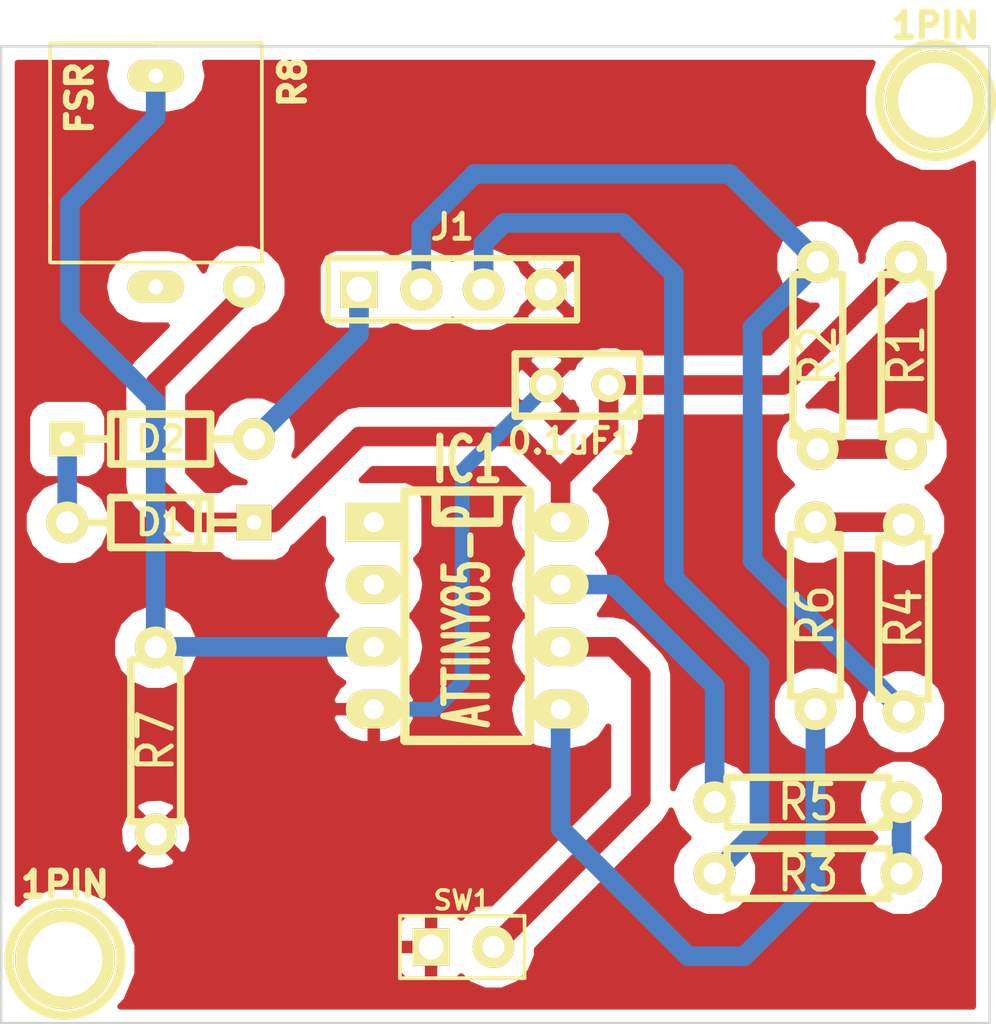
<source format=kicad_pcb>
(kicad_pcb (version 3) (host pcbnew "(2013-07-07 BZR 4022)-stable")

  (general
    (links 21)
    (no_connects 0)
    (area 121.649999 63.984999 162.050001 104.850001)
    (thickness 1.6)
    (drawings 4)
    (tracks 61)
    (zones 0)
    (modules 16)
    (nets 14)
  )

  (page A4)
  (title_block 
    (title Repauser)
    (rev 1.0)
  )

  (layers
    (15 F.Cu signal)
    (0 B.Cu signal)
    (16 B.Adhes user)
    (17 F.Adhes user)
    (18 B.Paste user)
    (19 F.Paste user)
    (20 B.SilkS user)
    (21 F.SilkS user)
    (22 B.Mask user)
    (23 F.Mask user)
    (24 Dwgs.User user)
    (25 Cmts.User user)
    (26 Eco1.User user)
    (27 Eco2.User user)
    (28 Edge.Cuts user)
  )

  (setup
    (last_trace_width 0.8)
    (trace_clearance 0.8)
    (zone_clearance 0.5)
    (zone_45_only no)
    (trace_min 0.254)
    (segment_width 0.2)
    (edge_width 0.1)
    (via_size 0.889)
    (via_drill 0.635)
    (via_min_size 0.889)
    (via_min_drill 0.508)
    (uvia_size 0.508)
    (uvia_drill 0.127)
    (uvias_allowed no)
    (uvia_min_size 0.508)
    (uvia_min_drill 0.127)
    (pcb_text_width 0.3)
    (pcb_text_size 1.5 1.5)
    (mod_edge_width 0.15)
    (mod_text_size 1 1)
    (mod_text_width 0.15)
    (pad_size 1.7 1.7)
    (pad_drill 0.9)
    (pad_to_mask_clearance 0)
    (aux_axis_origin 0 0)
    (visible_elements FFFFFFBF)
    (pcbplotparams
      (layerselection 3178497)
      (usegerberextensions true)
      (excludeedgelayer true)
      (linewidth 0.150000)
      (plotframeref false)
      (viasonmask false)
      (mode 1)
      (useauxorigin false)
      (hpglpennumber 1)
      (hpglpenspeed 20)
      (hpglpendiameter 15)
      (hpglpenoverlay 2)
      (psnegative false)
      (psa4output false)
      (plotreference true)
      (plotvalue true)
      (plotothertext true)
      (plotinvisibletext false)
      (padsonsilk false)
      (subtractmaskfromsilk false)
      (outputformat 1)
      (mirror false)
      (drillshape 1)
      (scaleselection 1)
      (outputdirectory ""))
  )

  (net 0 "")
  (net 1 GND)
  (net 2 N-000001)
  (net 3 N-0000015)
  (net 4 N-0000016)
  (net 5 N-0000017)
  (net 6 N-000003)
  (net 7 N-000004)
  (net 8 N-000005)
  (net 9 N-000006)
  (net 10 N-000007)
  (net 11 N-000008)
  (net 12 N-000009)
  (net 13 VCC)

  (net_class Default "This is the default net class."
    (clearance 0.8)
    (trace_width 0.8)
    (via_dia 0.889)
    (via_drill 0.635)
    (uvia_dia 0.508)
    (uvia_drill 0.127)
    (add_net "")
    (add_net GND)
    (add_net N-000001)
    (add_net N-0000015)
    (add_net N-0000016)
    (add_net N-0000017)
    (add_net N-000003)
    (add_net N-000004)
    (add_net N-000005)
    (add_net N-000006)
    (add_net N-000007)
    (add_net N-000008)
    (add_net N-000009)
    (add_net VCC)
  )

  (module JACK_ALIM (layer F.Cu) (tedit 526408C9) (tstamp 5263E3C6)
    (at 128 66.2 270)
    (descr "module 1 pin (ou trou mecanique de percage)")
    (tags "CONN JACK")
    (path /5262BE7F)
    (fp_text reference R8 (at 0.254 -5.588 270) (layer F.SilkS)
      (effects (font (size 1.016 1.016) (thickness 0.254)))
    )
    (fp_text value FSR (at 0.9 3.1 270) (layer F.SilkS)
      (effects (font (size 1.016 1.016) (thickness 0.254)))
    )
    (fp_line (start 7.6 -4.33) (end 6.79 -4.33) (layer F.SilkS) (width 0.15))
    (fp_line (start 6.7 4.31) (end 7.6 4.31) (layer F.SilkS) (width 0.15))
    (fp_line (start -1.34 0) (end -1.34 -4.318) (layer F.SilkS) (width 0.15))
    (fp_line (start -1.34 -4.328) (end 6.788 -4.328) (layer F.SilkS) (width 0.15))
    (fp_line (start 7.608 -4.338) (end 7.608 4.298) (layer F.SilkS) (width 0.15))
    (fp_line (start 6.788 4.308) (end -1.34 4.308) (layer F.SilkS) (width 0.15))
    (fp_line (start -1.33 4.308) (end -1.33 -0.01) (layer F.SilkS) (width 0.15))
    (pad 1 thru_hole oval (at 0 0 270) (size 1.3 2.3) (drill 0.6)
      (layers *.Cu *.Mask F.SilkS)
      (net 3 N-0000015)
    )
    (pad 2 thru_hole circle (at 8.6 -3.6 270) (size 1.7 1.7) (drill 0.9)
      (layers *.Cu *.Mask F.SilkS)
      (net 13 VCC)
    )
    (pad 3 thru_hole oval (at 8.6 0 270) (size 1.3 2.3) (drill 0.6)
      (layers *.Cu *.Mask F.SilkS)
    )
    (model connectors/POWER_21.wrl
      (at (xyz 0 0 0))
      (scale (xyz 0.8 0.8 0.8))
      (rotate (xyz 0 0 0))
    )
  )

  (module R3-LARGE_PADS (layer F.Cu) (tedit 526404A9) (tstamp 5263E35C)
    (at 155 77.6 90)
    (descr "Resitance 3 pas")
    (tags R)
    (path /5262BE25)
    (autoplace_cost180 10)
    (fp_text reference R2 (at 0 0 90) (layer F.SilkS)
      (effects (font (size 1.397 1.27) (thickness 0.2032)))
    )
    (fp_text value 1k (at 0 0 90) (layer F.SilkS) hide
      (effects (font (size 1.397 1.27) (thickness 0.2032)))
    )
    (fp_line (start -3.81 0) (end -3.302 0) (layer F.SilkS) (width 0.3048))
    (fp_line (start 3.81 0) (end 3.302 0) (layer F.SilkS) (width 0.3048))
    (fp_line (start 3.302 0) (end 3.302 -1.016) (layer F.SilkS) (width 0.3048))
    (fp_line (start 3.302 -1.016) (end -3.302 -1.016) (layer F.SilkS) (width 0.3048))
    (fp_line (start -3.302 -1.016) (end -3.302 1.016) (layer F.SilkS) (width 0.3048))
    (fp_line (start -3.302 1.016) (end 3.302 1.016) (layer F.SilkS) (width 0.3048))
    (fp_line (start 3.302 1.016) (end 3.302 0) (layer F.SilkS) (width 0.3048))
    (fp_line (start -3.302 -0.508) (end -2.794 -1.016) (layer F.SilkS) (width 0.3048))
    (pad 1 thru_hole circle (at -3.81 0 90) (size 1.7 1.7) (drill 0.9)
      (layers *.Cu *.Mask F.SilkS)
      (net 11 N-000008)
    )
    (pad 2 thru_hole circle (at 3.81 0 90) (size 1.7 1.7) (drill 0.9)
      (layers *.Cu *.Mask F.SilkS)
      (net 2 N-000001)
    )
    (model discret/resistor.wrl
      (at (xyz 0 0 0))
      (scale (xyz 0.3 0.3 0.3))
      (rotate (xyz 0 0 0))
    )
  )

  (module R3-LARGE_PADS (layer F.Cu) (tedit 5264048F) (tstamp 5263E36A)
    (at 158.5 88.3 90)
    (descr "Resitance 3 pas")
    (tags R)
    (path /5262BE34)
    (autoplace_cost180 10)
    (fp_text reference R4 (at 0 0 90) (layer F.SilkS)
      (effects (font (size 1.397 1.27) (thickness 0.2032)))
    )
    (fp_text value 47 (at 0 0 90) (layer F.SilkS) hide
      (effects (font (size 1.397 1.27) (thickness 0.2032)))
    )
    (fp_line (start -3.81 0) (end -3.302 0) (layer F.SilkS) (width 0.3048))
    (fp_line (start 3.81 0) (end 3.302 0) (layer F.SilkS) (width 0.3048))
    (fp_line (start 3.302 0) (end 3.302 -1.016) (layer F.SilkS) (width 0.3048))
    (fp_line (start 3.302 -1.016) (end -3.302 -1.016) (layer F.SilkS) (width 0.3048))
    (fp_line (start -3.302 -1.016) (end -3.302 1.016) (layer F.SilkS) (width 0.3048))
    (fp_line (start -3.302 1.016) (end 3.302 1.016) (layer F.SilkS) (width 0.3048))
    (fp_line (start 3.302 1.016) (end 3.302 0) (layer F.SilkS) (width 0.3048))
    (fp_line (start -3.302 -0.508) (end -2.794 -1.016) (layer F.SilkS) (width 0.3048))
    (pad 1 thru_hole circle (at -3.81 0 90) (size 1.7 1.7) (drill 0.9)
      (layers *.Cu *.Mask F.SilkS)
      (net 2 N-000001)
    )
    (pad 2 thru_hole circle (at 3.81 0 90) (size 1.7 1.7) (drill 0.9)
      (layers *.Cu *.Mask F.SilkS)
      (net 10 N-000007)
    )
    (model discret/resistor.wrl
      (at (xyz 0 0 0))
      (scale (xyz 0.3 0.3 0.3))
      (rotate (xyz 0 0 0))
    )
  )

  (module R3-LARGE_PADS (layer F.Cu) (tedit 52640493) (tstamp 5263E378)
    (at 154.9 88.2 270)
    (descr "Resitance 3 pas")
    (tags R)
    (path /5262BE43)
    (autoplace_cost180 10)
    (fp_text reference R6 (at 0 0 270) (layer F.SilkS)
      (effects (font (size 1.397 1.27) (thickness 0.2032)))
    )
    (fp_text value 22 (at 0 0 270) (layer F.SilkS) hide
      (effects (font (size 1.397 1.27) (thickness 0.2032)))
    )
    (fp_line (start -3.81 0) (end -3.302 0) (layer F.SilkS) (width 0.3048))
    (fp_line (start 3.81 0) (end 3.302 0) (layer F.SilkS) (width 0.3048))
    (fp_line (start 3.302 0) (end 3.302 -1.016) (layer F.SilkS) (width 0.3048))
    (fp_line (start 3.302 -1.016) (end -3.302 -1.016) (layer F.SilkS) (width 0.3048))
    (fp_line (start -3.302 -1.016) (end -3.302 1.016) (layer F.SilkS) (width 0.3048))
    (fp_line (start -3.302 1.016) (end 3.302 1.016) (layer F.SilkS) (width 0.3048))
    (fp_line (start 3.302 1.016) (end 3.302 0) (layer F.SilkS) (width 0.3048))
    (fp_line (start -3.302 -0.508) (end -2.794 -1.016) (layer F.SilkS) (width 0.3048))
    (pad 1 thru_hole circle (at -3.81 0 270) (size 1.7 1.7) (drill 0.9)
      (layers *.Cu *.Mask F.SilkS)
      (net 10 N-000007)
    )
    (pad 2 thru_hole circle (at 3.81 0 270) (size 1.7 1.7) (drill 0.9)
      (layers *.Cu *.Mask F.SilkS)
      (net 9 N-000006)
    )
    (model discret/resistor.wrl
      (at (xyz 0 0 0))
      (scale (xyz 0.3 0.3 0.3))
      (rotate (xyz 0 0 0))
    )
  )

  (module R3-LARGE_PADS (layer F.Cu) (tedit 5264047B) (tstamp 5263E386)
    (at 154.6 98.7 180)
    (descr "Resitance 3 pas")
    (tags R)
    (path /5262BE52)
    (autoplace_cost180 10)
    (fp_text reference R3 (at 0 0 180) (layer F.SilkS)
      (effects (font (size 1.397 1.27) (thickness 0.2032)))
    )
    (fp_text value 22 (at 0 0 180) (layer F.SilkS) hide
      (effects (font (size 1.397 1.27) (thickness 0.2032)))
    )
    (fp_line (start -3.81 0) (end -3.302 0) (layer F.SilkS) (width 0.3048))
    (fp_line (start 3.81 0) (end 3.302 0) (layer F.SilkS) (width 0.3048))
    (fp_line (start 3.302 0) (end 3.302 -1.016) (layer F.SilkS) (width 0.3048))
    (fp_line (start 3.302 -1.016) (end -3.302 -1.016) (layer F.SilkS) (width 0.3048))
    (fp_line (start -3.302 -1.016) (end -3.302 1.016) (layer F.SilkS) (width 0.3048))
    (fp_line (start -3.302 1.016) (end 3.302 1.016) (layer F.SilkS) (width 0.3048))
    (fp_line (start 3.302 1.016) (end 3.302 0) (layer F.SilkS) (width 0.3048))
    (fp_line (start -3.302 -0.508) (end -2.794 -1.016) (layer F.SilkS) (width 0.3048))
    (pad 1 thru_hole circle (at -3.81 0 180) (size 1.7 1.7) (drill 0.9)
      (layers *.Cu *.Mask F.SilkS)
      (net 7 N-000004)
    )
    (pad 2 thru_hole circle (at 3.81 0 180) (size 1.7 1.7) (drill 0.9)
      (layers *.Cu *.Mask F.SilkS)
      (net 6 N-000003)
    )
    (model discret/resistor.wrl
      (at (xyz 0 0 0))
      (scale (xyz 0.3 0.3 0.3))
      (rotate (xyz 0 0 0))
    )
  )

  (module R3-LARGE_PADS (layer F.Cu) (tedit 52640480) (tstamp 5263E394)
    (at 154.6 95.8 180)
    (descr "Resitance 3 pas")
    (tags R)
    (path /5262BE61)
    (autoplace_cost180 10)
    (fp_text reference R5 (at 0 0 180) (layer F.SilkS)
      (effects (font (size 1.397 1.27) (thickness 0.2032)))
    )
    (fp_text value 47 (at 0 0 180) (layer F.SilkS) hide
      (effects (font (size 1.397 1.27) (thickness 0.2032)))
    )
    (fp_line (start -3.81 0) (end -3.302 0) (layer F.SilkS) (width 0.3048))
    (fp_line (start 3.81 0) (end 3.302 0) (layer F.SilkS) (width 0.3048))
    (fp_line (start 3.302 0) (end 3.302 -1.016) (layer F.SilkS) (width 0.3048))
    (fp_line (start 3.302 -1.016) (end -3.302 -1.016) (layer F.SilkS) (width 0.3048))
    (fp_line (start -3.302 -1.016) (end -3.302 1.016) (layer F.SilkS) (width 0.3048))
    (fp_line (start -3.302 1.016) (end 3.302 1.016) (layer F.SilkS) (width 0.3048))
    (fp_line (start 3.302 1.016) (end 3.302 0) (layer F.SilkS) (width 0.3048))
    (fp_line (start -3.302 -0.508) (end -2.794 -1.016) (layer F.SilkS) (width 0.3048))
    (pad 1 thru_hole circle (at -3.81 0 180) (size 1.7 1.7) (drill 0.9)
      (layers *.Cu *.Mask F.SilkS)
      (net 7 N-000004)
    )
    (pad 2 thru_hole circle (at 3.81 0 180) (size 1.7 1.7) (drill 0.9)
      (layers *.Cu *.Mask F.SilkS)
      (net 8 N-000005)
    )
    (model discret/resistor.wrl
      (at (xyz 0 0 0))
      (scale (xyz 0.3 0.3 0.3))
      (rotate (xyz 0 0 0))
    )
  )

  (module R3-LARGE_PADS (layer F.Cu) (tedit 52640463) (tstamp 5263E3A2)
    (at 128 93.3 270)
    (descr "Resitance 3 pas")
    (tags R)
    (path /5262BE70)
    (autoplace_cost180 10)
    (fp_text reference R7 (at 0 0 270) (layer F.SilkS)
      (effects (font (size 1.397 1.27) (thickness 0.2032)))
    )
    (fp_text value 220k (at 0 0 270) (layer F.SilkS) hide
      (effects (font (size 1.397 1.27) (thickness 0.2032)))
    )
    (fp_line (start -3.81 0) (end -3.302 0) (layer F.SilkS) (width 0.3048))
    (fp_line (start 3.81 0) (end 3.302 0) (layer F.SilkS) (width 0.3048))
    (fp_line (start 3.302 0) (end 3.302 -1.016) (layer F.SilkS) (width 0.3048))
    (fp_line (start 3.302 -1.016) (end -3.302 -1.016) (layer F.SilkS) (width 0.3048))
    (fp_line (start -3.302 -1.016) (end -3.302 1.016) (layer F.SilkS) (width 0.3048))
    (fp_line (start -3.302 1.016) (end 3.302 1.016) (layer F.SilkS) (width 0.3048))
    (fp_line (start 3.302 1.016) (end 3.302 0) (layer F.SilkS) (width 0.3048))
    (fp_line (start -3.302 -0.508) (end -2.794 -1.016) (layer F.SilkS) (width 0.3048))
    (pad 1 thru_hole circle (at -3.81 0 270) (size 1.7 1.7) (drill 0.9)
      (layers *.Cu *.Mask F.SilkS)
      (net 3 N-0000015)
    )
    (pad 2 thru_hole circle (at 3.81 0 270) (size 1.7 1.7) (drill 0.9)
      (layers *.Cu *.Mask F.SilkS)
      (net 1 GND)
    )
    (model discret/resistor.wrl
      (at (xyz 0 0 0))
      (scale (xyz 0.3 0.3 0.3))
      (rotate (xyz 0 0 0))
    )
  )

  (module R3-LARGE_PADS (layer F.Cu) (tedit 526404A4) (tstamp 5263E3B0)
    (at 158.6 77.6 270)
    (descr "Resitance 3 pas")
    (tags R)
    (path /5262BF73)
    (autoplace_cost180 10)
    (fp_text reference R1 (at 0 0 270) (layer F.SilkS)
      (effects (font (size 1.397 1.27) (thickness 0.2032)))
    )
    (fp_text value 470 (at 0 0 270) (layer F.SilkS) hide
      (effects (font (size 1.397 1.27) (thickness 0.2032)))
    )
    (fp_line (start -3.81 0) (end -3.302 0) (layer F.SilkS) (width 0.3048))
    (fp_line (start 3.81 0) (end 3.302 0) (layer F.SilkS) (width 0.3048))
    (fp_line (start 3.302 0) (end 3.302 -1.016) (layer F.SilkS) (width 0.3048))
    (fp_line (start 3.302 -1.016) (end -3.302 -1.016) (layer F.SilkS) (width 0.3048))
    (fp_line (start -3.302 -1.016) (end -3.302 1.016) (layer F.SilkS) (width 0.3048))
    (fp_line (start -3.302 1.016) (end 3.302 1.016) (layer F.SilkS) (width 0.3048))
    (fp_line (start 3.302 1.016) (end 3.302 0) (layer F.SilkS) (width 0.3048))
    (fp_line (start -3.302 -0.508) (end -2.794 -1.016) (layer F.SilkS) (width 0.3048))
    (pad 1 thru_hole circle (at -3.81 0 270) (size 1.7 1.7) (drill 0.9)
      (layers *.Cu *.Mask F.SilkS)
      (net 13 VCC)
    )
    (pad 2 thru_hole circle (at 3.81 0 270) (size 1.7 1.7) (drill 0.9)
      (layers *.Cu *.Mask F.SilkS)
      (net 11 N-000008)
    )
    (model discret/resistor.wrl
      (at (xyz 0 0 0))
      (scale (xyz 0.3 0.3 0.3))
      (rotate (xyz 0 0 0))
    )
  )

  (module PIN_ARRAY_4x1 (layer F.Cu) (tedit 52640437) (tstamp 52640411)
    (at 140.1 74.9)
    (descr "Double rangee de contacts 2 x 5 pins")
    (tags CONN)
    (path /5262BD4E)
    (fp_text reference J1 (at 0 -2.54) (layer F.SilkS)
      (effects (font (size 1.016 1.016) (thickness 0.2032)))
    )
    (fp_text value USB (at 0 2.54) (layer F.SilkS) hide
      (effects (font (size 1.016 1.016) (thickness 0.2032)))
    )
    (fp_line (start 5.08 1.27) (end -5.08 1.27) (layer F.SilkS) (width 0.254))
    (fp_line (start 5.08 -1.27) (end -5.08 -1.27) (layer F.SilkS) (width 0.254))
    (fp_line (start -5.08 -1.27) (end -5.08 1.27) (layer F.SilkS) (width 0.254))
    (fp_line (start 5.08 1.27) (end 5.08 -1.27) (layer F.SilkS) (width 0.254))
    (pad 1 thru_hole rect (at -3.81 0) (size 1.524 1.524) (drill 1.016)
      (layers *.Cu *.Mask F.SilkS)
      (net 5 N-0000017)
    )
    (pad 2 thru_hole circle (at -1.27 0) (size 1.7 1.7) (drill 0.9)
      (layers *.Cu *.Mask F.SilkS)
      (net 2 N-000001)
    )
    (pad 3 thru_hole circle (at 1.27 0) (size 1.7 1.7) (drill 0.9)
      (layers *.Cu *.Mask F.SilkS)
      (net 6 N-000003)
    )
    (pad 4 thru_hole circle (at 3.81 0) (size 1.7 1.7) (drill 0.9)
      (layers *.Cu *.Mask F.SilkS)
      (net 1 GND)
    )
    (model pin_array\pins_array_4x1.wrl
      (at (xyz 0 0 0))
      (scale (xyz 1 1 1))
      (rotate (xyz 0 0 0))
    )
  )

  (module PIN_ARRAY_2X1 (layer F.Cu) (tedit 5264046A) (tstamp 5263E3D0)
    (at 140.5 101.7)
    (descr "Connecteurs 2 pins")
    (tags "CONN DEV")
    (path /5262C547)
    (fp_text reference SW1 (at 0 -1.905) (layer F.SilkS)
      (effects (font (size 0.762 0.762) (thickness 0.1524)))
    )
    (fp_text value SPST (at 0 -1.905) (layer F.SilkS) hide
      (effects (font (size 0.762 0.762) (thickness 0.1524)))
    )
    (fp_line (start -2.54 1.27) (end -2.54 -1.27) (layer F.SilkS) (width 0.1524))
    (fp_line (start -2.54 -1.27) (end 2.54 -1.27) (layer F.SilkS) (width 0.1524))
    (fp_line (start 2.54 -1.27) (end 2.54 1.27) (layer F.SilkS) (width 0.1524))
    (fp_line (start 2.54 1.27) (end -2.54 1.27) (layer F.SilkS) (width 0.1524))
    (pad 1 thru_hole rect (at -1.27 0) (size 1.524 1.524) (drill 1.016)
      (layers *.Cu *.Mask F.SilkS)
      (net 1 GND)
    )
    (pad 2 thru_hole circle (at 1.27 0) (size 1.7 1.7) (drill 0.9)
      (layers *.Cu *.Mask F.SilkS)
      (net 12 N-000009)
    )
    (model pin_array/pins_array_2x1.wrl
      (at (xyz 0 0 0))
      (scale (xyz 1 1 1))
      (rotate (xyz 0 0 0))
    )
  )

  (module DIP-8__300_ELL (layer F.Cu) (tedit 200000) (tstamp 5263E3E3)
    (at 140.7 88.2 270)
    (descr "8 pins DIL package, elliptical pads")
    (tags DIL)
    (path /5262BCF7)
    (fp_text reference IC1 (at -6.35 0 360) (layer F.SilkS)
      (effects (font (size 1.778 1.143) (thickness 0.3048)))
    )
    (fp_text value ATTINY85-P (at 0 0 270) (layer F.SilkS)
      (effects (font (size 1.778 1.016) (thickness 0.3048)))
    )
    (fp_line (start -5.08 -1.27) (end -3.81 -1.27) (layer F.SilkS) (width 0.381))
    (fp_line (start -3.81 -1.27) (end -3.81 1.27) (layer F.SilkS) (width 0.381))
    (fp_line (start -3.81 1.27) (end -5.08 1.27) (layer F.SilkS) (width 0.381))
    (fp_line (start -5.08 -2.54) (end 5.08 -2.54) (layer F.SilkS) (width 0.381))
    (fp_line (start 5.08 -2.54) (end 5.08 2.54) (layer F.SilkS) (width 0.381))
    (fp_line (start 5.08 2.54) (end -5.08 2.54) (layer F.SilkS) (width 0.381))
    (fp_line (start -5.08 2.54) (end -5.08 -2.54) (layer F.SilkS) (width 0.381))
    (pad 1 thru_hole rect (at -3.81 3.81 270) (size 1.5748 2.286) (drill 0.8128)
      (layers *.Cu *.Mask F.SilkS)
    )
    (pad 2 thru_hole oval (at -1.27 3.81 270) (size 1.5748 2.286) (drill 0.8128)
      (layers *.Cu *.Mask F.SilkS)
    )
    (pad 3 thru_hole oval (at 1.27 3.81 270) (size 1.5748 2.286) (drill 0.8128)
      (layers *.Cu *.Mask F.SilkS)
      (net 3 N-0000015)
    )
    (pad 4 thru_hole oval (at 3.81 3.81 270) (size 1.5748 2.286) (drill 0.8128)
      (layers *.Cu *.Mask F.SilkS)
      (net 1 GND)
    )
    (pad 5 thru_hole oval (at 3.81 -3.81 270) (size 1.5748 2.286) (drill 0.8128)
      (layers *.Cu *.Mask F.SilkS)
      (net 9 N-000006)
    )
    (pad 6 thru_hole oval (at 1.27 -3.81 270) (size 1.5748 2.286) (drill 0.8128)
      (layers *.Cu *.Mask F.SilkS)
      (net 12 N-000009)
    )
    (pad 7 thru_hole oval (at -1.27 -3.81 270) (size 1.5748 2.286) (drill 0.8128)
      (layers *.Cu *.Mask F.SilkS)
      (net 8 N-000005)
    )
    (pad 8 thru_hole oval (at -3.81 -3.81 270) (size 1.5748 2.286) (drill 0.8128)
      (layers *.Cu *.Mask F.SilkS)
      (net 13 VCC)
    )
    (model dil/dil_8.wrl
      (at (xyz 0 0 0))
      (scale (xyz 1 1 1))
      (rotate (xyz 0 0 0))
    )
  )

  (module C1 (layer F.Cu) (tedit 3F92C496) (tstamp 5263E3EE)
    (at 145.2 78.8 180)
    (descr "Condensateur e = 1 pas")
    (tags C)
    (path /5262BD62)
    (fp_text reference 0.1uF1 (at 0.254 -2.286 180) (layer F.SilkS)
      (effects (font (size 1.016 1.016) (thickness 0.2032)))
    )
    (fp_text value C (at 0 -2.286 180) (layer F.SilkS) hide
      (effects (font (size 1.016 1.016) (thickness 0.2032)))
    )
    (fp_line (start -2.4892 -1.27) (end 2.54 -1.27) (layer F.SilkS) (width 0.3048))
    (fp_line (start 2.54 -1.27) (end 2.54 1.27) (layer F.SilkS) (width 0.3048))
    (fp_line (start 2.54 1.27) (end -2.54 1.27) (layer F.SilkS) (width 0.3048))
    (fp_line (start -2.54 1.27) (end -2.54 -1.27) (layer F.SilkS) (width 0.3048))
    (fp_line (start -2.54 -0.635) (end -1.905 -1.27) (layer F.SilkS) (width 0.3048))
    (pad 1 thru_hole circle (at -1.27 0 180) (size 1.397 1.397) (drill 0.8128)
      (layers *.Cu *.Mask F.SilkS)
      (net 13 VCC)
    )
    (pad 2 thru_hole circle (at 1.27 0 180) (size 1.397 1.397) (drill 0.8128)
      (layers *.Cu *.Mask F.SilkS)
      (net 1 GND)
    )
    (model discret/capa_1_pas.wrl
      (at (xyz 0 0 0))
      (scale (xyz 1 1 1))
      (rotate (xyz 0 0 0))
    )
  )

  (module DO-35 (layer F.Cu) (tedit 52640456) (tstamp 5263E3FB)
    (at 128.2 81 180)
    (descr "Diode 3 pas")
    (tags "DIODE DEV")
    (path /5262BDDF)
    (fp_text reference D2 (at 0 0 180) (layer F.SilkS)
      (effects (font (size 1.016 1.016) (thickness 0.2032)))
    )
    (fp_text value 1N4148 (at 0 0 180) (layer F.SilkS) hide
      (effects (font (size 1.016 1.016) (thickness 0.2032)))
    )
    (fp_line (start 2.032 0) (end 3.81 0) (layer F.SilkS) (width 0.3175))
    (fp_line (start -2.032 0) (end -3.81 0) (layer F.SilkS) (width 0.3175))
    (fp_line (start 1.524 -1.016) (end 1.524 1.016) (layer F.SilkS) (width 0.3175))
    (fp_line (start -2.032 -1.016) (end -2.032 1.016) (layer F.SilkS) (width 0.3175))
    (fp_line (start -2.032 1.016) (end 2.032 1.016) (layer F.SilkS) (width 0.3175))
    (fp_line (start 2.032 1.016) (end 2.032 -1.016) (layer F.SilkS) (width 0.3175))
    (fp_line (start 2.032 -1.016) (end -2.032 -1.016) (layer F.SilkS) (width 0.3175))
    (pad 2 thru_hole rect (at 3.81 0 180) (size 1.4224 1.4224) (drill 0.6096)
      (layers *.Cu *.Mask F.SilkS)
      (net 4 N-0000016)
    )
    (pad 1 thru_hole circle (at -3.81 0 180) (size 1.7 1.7) (drill 0.9)
      (layers *.Cu *.Mask F.SilkS)
      (net 5 N-0000017)
    )
    (model discret/diode.wrl
      (at (xyz 0 0 0))
      (scale (xyz 0.3 0.3 0.3))
      (rotate (xyz 0 0 0))
    )
  )

  (module DO-35 (layer F.Cu) (tedit 52640450) (tstamp 5263E408)
    (at 128.2 84.4)
    (descr "Diode 3 pas")
    (tags "DIODE DEV")
    (path /5262BDFD)
    (fp_text reference D1 (at 0 0) (layer F.SilkS)
      (effects (font (size 1.016 1.016) (thickness 0.2032)))
    )
    (fp_text value 1N4148 (at 0 0) (layer F.SilkS) hide
      (effects (font (size 1.016 1.016) (thickness 0.2032)))
    )
    (fp_line (start 2.032 0) (end 3.81 0) (layer F.SilkS) (width 0.3175))
    (fp_line (start -2.032 0) (end -3.81 0) (layer F.SilkS) (width 0.3175))
    (fp_line (start 1.524 -1.016) (end 1.524 1.016) (layer F.SilkS) (width 0.3175))
    (fp_line (start -2.032 -1.016) (end -2.032 1.016) (layer F.SilkS) (width 0.3175))
    (fp_line (start -2.032 1.016) (end 2.032 1.016) (layer F.SilkS) (width 0.3175))
    (fp_line (start 2.032 1.016) (end 2.032 -1.016) (layer F.SilkS) (width 0.3175))
    (fp_line (start 2.032 -1.016) (end -2.032 -1.016) (layer F.SilkS) (width 0.3175))
    (pad 2 thru_hole rect (at 3.81 0) (size 1.4224 1.4224) (drill 0.6096)
      (layers *.Cu *.Mask F.SilkS)
      (net 13 VCC)
    )
    (pad 1 thru_hole circle (at -3.81 0) (size 1.7 1.7) (drill 0.9)
      (layers *.Cu *.Mask F.SilkS)
      (net 4 N-0000016)
    )
    (model discret/diode.wrl
      (at (xyz 0 0 0))
      (scale (xyz 0.3 0.3 0.3))
      (rotate (xyz 0 0 0))
    )
  )

  (module 1pin (layer F.Cu) (tedit 200000) (tstamp 52647131)
    (at 159.8 67.2)
    (descr "module 1 pin (ou trou mecanique de percage)")
    (tags DEV)
    (path 1pin)
    (fp_text reference 1PIN (at 0 -3.048) (layer F.SilkS)
      (effects (font (size 1.016 1.016) (thickness 0.254)))
    )
    (fp_text value P*** (at 0 2.794) (layer F.SilkS) hide
      (effects (font (size 1.016 1.016) (thickness 0.254)))
    )
    (fp_circle (center 0 0) (end 0 -2.286) (layer F.SilkS) (width 0.381))
    (pad 1 thru_hole circle (at 0 0) (size 4.064 4.064) (drill 3.048)
      (layers *.Cu *.Mask F.SilkS)
    )
  )

  (module 1pin (layer F.Cu) (tedit 200000) (tstamp 52647140)
    (at 124.3 102.2)
    (descr "module 1 pin (ou trou mecanique de percage)")
    (tags DEV)
    (path 1pin)
    (fp_text reference 1PIN (at 0 -3.048) (layer F.SilkS)
      (effects (font (size 1.016 1.016) (thickness 0.254)))
    )
    (fp_text value P*** (at 0 2.794) (layer F.SilkS) hide
      (effects (font (size 1.016 1.016) (thickness 0.254)))
    )
    (fp_circle (center 0 0) (end 0 -2.286) (layer F.SilkS) (width 0.381))
    (pad 1 thru_hole circle (at 0 0) (size 4.064 4.064) (drill 3.048)
      (layers *.Cu *.Mask F.SilkS)
    )
  )

  (gr_line (start 121.7 104.8) (end 121.7 65) (angle 90) (layer Edge.Cuts) (width 0.1))
  (gr_line (start 162 104.8) (end 121.7 104.8) (angle 90) (layer Edge.Cuts) (width 0.1))
  (gr_line (start 162 65) (end 162 104.8) (angle 90) (layer Edge.Cuts) (width 0.1))
  (gr_line (start 121.7 65) (end 162 65) (angle 90) (layer Edge.Cuts) (width 0.1))

  (segment (start 143.93 78.8) (end 143.93 78.87) (width 0.6) (layer B.Cu) (net 1))
  (segment (start 139.39 92.01) (end 136.89 92.01) (width 0.6) (layer B.Cu) (net 1) (tstamp 52640562))
  (segment (start 140.5 90.9) (end 139.39 92.01) (width 0.6) (layer B.Cu) (net 1) (tstamp 5264055F))
  (segment (start 140.5 82.3) (end 140.5 90.9) (width 0.6) (layer B.Cu) (net 1) (tstamp 52640558))
  (segment (start 143.93 78.87) (end 140.5 82.3) (width 0.6) (layer B.Cu) (net 1) (tstamp 52640551))
  (segment (start 138.83 74.9) (end 138.83 72.37) (width 0.8) (layer B.Cu) (net 2))
  (segment (start 151.41 70.2) (end 155 73.79) (width 0.8) (layer B.Cu) (net 2) (tstamp 526407C5))
  (segment (start 141 70.2) (end 151.41 70.2) (width 0.8) (layer B.Cu) (net 2) (tstamp 526407C2))
  (segment (start 138.83 72.37) (end 141 70.2) (width 0.8) (layer B.Cu) (net 2) (tstamp 526407B7))
  (segment (start 152.3405 85.9505) (end 158.5 92.11) (width 0.8) (layer B.Cu) (net 2))
  (segment (start 152.3405 76.4495) (end 152.3405 85.9505) (width 0.8) (layer B.Cu) (net 2))
  (segment (start 155 73.79) (end 152.3405 76.4495) (width 0.8) (layer B.Cu) (net 2))
  (segment (start 136.89 89.47) (end 128.02 89.47) (width 0.8) (layer B.Cu) (net 3))
  (segment (start 128.02 89.47) (end 128 89.49) (width 0.8) (layer B.Cu) (net 3) (tstamp 526406EA))
  (segment (start 128 66.2) (end 128 67.9) (width 0.8) (layer B.Cu) (net 3))
  (segment (start 128 79.5) (end 128 89.49) (width 0.8) (layer B.Cu) (net 3) (tstamp 52640614))
  (segment (start 124.5 76) (end 128 79.5) (width 0.8) (layer B.Cu) (net 3) (tstamp 5264060B))
  (segment (start 124.5 71.4) (end 124.5 76) (width 0.8) (layer B.Cu) (net 3) (tstamp 526405FD))
  (segment (start 128 67.9) (end 124.5 71.4) (width 0.8) (layer B.Cu) (net 3) (tstamp 526405F7))
  (segment (start 124.39 84.4) (end 124.39 81) (width 0.8) (layer B.Cu) (net 4))
  (segment (start 136.29 74.9) (end 136.29 76.72) (width 0.8) (layer B.Cu) (net 5))
  (segment (start 136.29 76.72) (end 132.01 81) (width 0.8) (layer B.Cu) (net 5) (tstamp 526407AD))
  (segment (start 141.37 74.9) (end 141.37 73.03) (width 0.8) (layer B.Cu) (net 6))
  (segment (start 141.37 73.03) (end 142.2037 72.1963) (width 0.8) (layer B.Cu) (net 6) (tstamp 526407FA))
  (segment (start 142.2037 72.1963) (end 144.0737 72.1963) (width 0.8) (layer B.Cu) (net 6) (tstamp 526407FE))
  (segment (start 147.0491 72.1963) (end 144.0737 72.1963) (width 0.8) (layer B.Cu) (net 6))
  (segment (start 149.1275 74.2747) (end 147.0491 72.1963) (width 0.8) (layer B.Cu) (net 6))
  (segment (start 149.1275 86.6575) (end 149.1275 74.2747) (width 0.8) (layer B.Cu) (net 6))
  (segment (start 152.619 90.149) (end 149.1275 86.6575) (width 0.8) (layer B.Cu) (net 6))
  (segment (start 152.619 96.871) (end 152.619 90.149) (width 0.8) (layer B.Cu) (net 6))
  (segment (start 150.79 98.7) (end 152.619 96.871) (width 0.8) (layer B.Cu) (net 6))
  (segment (start 158.41 95.8) (end 158.41 98.7) (width 0.8) (layer B.Cu) (net 7))
  (segment (start 144.51 86.93) (end 146.6531 86.93) (width 0.8) (layer B.Cu) (net 8))
  (segment (start 150.79 91.0669) (end 146.6531 86.93) (width 0.8) (layer B.Cu) (net 8))
  (segment (start 150.79 95.8) (end 150.79 91.0669) (width 0.8) (layer B.Cu) (net 8))
  (segment (start 154.9 99.1763) (end 154.9 92.01) (width 0.8) (layer B.Cu) (net 9))
  (segment (start 152.0022 102.0741) (end 154.9 99.1763) (width 0.8) (layer B.Cu) (net 9))
  (segment (start 149.7059 102.0741) (end 152.0022 102.0741) (width 0.8) (layer B.Cu) (net 9))
  (segment (start 144.51 96.8782) (end 149.7059 102.0741) (width 0.8) (layer B.Cu) (net 9))
  (segment (start 144.51 92.01) (end 144.51 96.8782) (width 0.8) (layer B.Cu) (net 9))
  (segment (start 158.4 84.39) (end 158.5 84.49) (width 0.8) (layer F.Cu) (net 10))
  (segment (start 154.9 84.39) (end 158.4 84.39) (width 0.8) (layer F.Cu) (net 10))
  (segment (start 158.6 81.41) (end 155 81.41) (width 0.8) (layer F.Cu) (net 11))
  (segment (start 144.51 89.47) (end 146.6531 89.47) (width 0.8) (layer F.Cu) (net 12))
  (segment (start 147.7786 90.5955) (end 146.6531 89.47) (width 0.8) (layer F.Cu) (net 12))
  (segment (start 147.7786 95.6914) (end 147.7786 90.5955) (width 0.8) (layer F.Cu) (net 12))
  (segment (start 141.77 101.7) (end 147.7786 95.6914) (width 0.8) (layer F.Cu) (net 12))
  (segment (start 131.6 74.8) (end 131.6 75.1) (width 0.8) (layer F.Cu) (net 13))
  (segment (start 131.6 75.1) (end 128 78.7) (width 0.8) (layer F.Cu) (net 13) (tstamp 52640911))
  (segment (start 142.8075 80.9) (end 144.51 82.6025) (width 0.8) (layer F.Cu) (net 13) (tstamp 52640731))
  (segment (start 136.3 80.9) (end 142.8075 80.9) (width 0.8) (layer F.Cu) (net 13) (tstamp 52640728))
  (segment (start 132.8 84.4) (end 136.3 80.9) (width 0.8) (layer F.Cu) (net 13) (tstamp 52640724))
  (segment (start 132.01 84.4) (end 132.8 84.4) (width 0.8) (layer F.Cu) (net 13))
  (segment (start 132.01 84.4) (end 129.5 84.4) (width 0.8) (layer F.Cu) (net 13))
  (segment (start 128 82.9) (end 128 78.7) (width 0.8) (layer F.Cu) (net 13) (tstamp 52640721))
  (segment (start 129.5 84.4) (end 128 82.9) (width 0.8) (layer F.Cu) (net 13) (tstamp 5264071B))
  (segment (start 144.51 84.39) (end 144.51 82.6025) (width 0.8) (layer F.Cu) (net 13))
  (segment (start 153.59 78.8) (end 146.47 78.8) (width 0.8) (layer F.Cu) (net 13))
  (segment (start 158.6 73.79) (end 153.59 78.8) (width 0.8) (layer F.Cu) (net 13))
  (segment (start 146.47 80.6425) (end 144.51 82.6025) (width 0.8) (layer F.Cu) (net 13))
  (segment (start 146.47 78.8) (end 146.47 80.6425) (width 0.8) (layer F.Cu) (net 13))

  (zone (net 1) (net_name GND) (layer F.Cu) (tstamp 5263FECE) (hatch edge 0.508)
    (connect_pads (clearance 0.5))
    (min_thickness 0.25)
    (fill (arc_segments 16) (thermal_gap 0.508) (thermal_bridge_width 0.508))
    (polygon
      (pts
        (xy 161.9 65.1) (xy 121.8 65.1) (xy 121.8 104.7) (xy 161.9 104.7) (xy 162 65)
      )
    )
    (filled_polygon
      (pts
        (xy 161.325 104.125) (xy 160.375307 104.125) (xy 160.375307 81.05848) (xy 160.105649 80.405857) (xy 159.606769 79.906106)
        (xy 158.954618 79.635309) (xy 158.24848 79.634693) (xy 157.595857 79.904351) (xy 157.414892 80.085) (xy 156.185351 80.085)
        (xy 156.006769 79.906106) (xy 155.354618 79.635309) (xy 154.64848 79.634693) (xy 154.61552 79.648311) (xy 158.698746 75.565086)
        (xy 158.95152 75.565307) (xy 159.604143 75.295649) (xy 160.103894 74.796769) (xy 160.374691 74.144618) (xy 160.375307 73.43848)
        (xy 160.105649 72.785857) (xy 159.606769 72.286106) (xy 158.954618 72.015309) (xy 158.24848 72.014693) (xy 157.595857 72.284351)
        (xy 157.096106 72.783231) (xy 156.825309 73.435382) (xy 156.825085 73.691081) (xy 156.775042 73.741124) (xy 156.775307 73.43848)
        (xy 156.505649 72.785857) (xy 156.006769 72.286106) (xy 155.354618 72.015309) (xy 154.64848 72.014693) (xy 153.995857 72.284351)
        (xy 153.496106 72.783231) (xy 153.225309 73.435382) (xy 153.224693 74.14152) (xy 153.494351 74.794143) (xy 153.993231 75.293894)
        (xy 154.645382 75.564691) (xy 154.951209 75.564957) (xy 153.041167 77.475) (xy 147.441284 77.475) (xy 147.390839 77.424466)
        (xy 146.794351 77.176783) (xy 146.148483 77.176219) (xy 145.551563 77.422861) (xy 145.405029 77.569139) (xy 145.405029 75.126259)
        (xy 145.377812 74.536913) (xy 145.204641 74.118841) (xy 144.954144 74.03829) (xy 144.77171 74.220724) (xy 144.77171 73.855856)
        (xy 144.691159 73.605359) (xy 144.136259 73.404971) (xy 143.546913 73.432188) (xy 143.128841 73.605359) (xy 143.04829 73.855856)
        (xy 143.91 74.717566) (xy 144.77171 73.855856) (xy 144.77171 74.220724) (xy 144.092434 74.9) (xy 144.954144 75.76171)
        (xy 145.204641 75.681159) (xy 145.405029 75.126259) (xy 145.405029 77.569139) (xy 145.094466 77.879161) (xy 145.008535 78.086104)
        (xy 144.864355 78.048079) (xy 144.77171 78.140724) (xy 144.77171 75.944144) (xy 143.91 75.082434) (xy 143.727566 75.264868)
        (xy 143.727566 74.9) (xy 142.982836 74.15527) (xy 142.875649 73.895857) (xy 142.376769 73.396106) (xy 141.724618 73.125309)
        (xy 141.01848 73.124693) (xy 140.365857 73.394351) (xy 140.099974 73.65977) (xy 139.836769 73.396106) (xy 139.184618 73.125309)
        (xy 138.47848 73.124693) (xy 137.825857 73.394351) (xy 137.721072 73.498952) (xy 137.576654 73.354282) (xy 137.236801 73.213162)
        (xy 136.868814 73.212841) (xy 135.344814 73.212841) (xy 135.004715 73.353367) (xy 134.744282 73.613346) (xy 134.603162 73.953199)
        (xy 134.602841 74.321186) (xy 134.602841 75.845186) (xy 134.743367 76.185285) (xy 135.003346 76.445718) (xy 135.343199 76.586838)
        (xy 135.711186 76.587159) (xy 137.235186 76.587159) (xy 137.575285 76.446633) (xy 137.720843 76.301327) (xy 137.823231 76.403894)
        (xy 138.475382 76.674691) (xy 139.18152 76.675307) (xy 139.834143 76.405649) (xy 140.100025 76.140229) (xy 140.363231 76.403894)
        (xy 141.015382 76.674691) (xy 141.72152 76.675307) (xy 142.374143 76.405649) (xy 142.873894 75.906769) (xy 142.982607 75.644958)
        (xy 143.727566 74.9) (xy 143.727566 75.264868) (xy 143.04829 75.944144) (xy 143.128841 76.194641) (xy 143.683741 76.395029)
        (xy 144.273087 76.367812) (xy 144.691159 76.194641) (xy 144.77171 75.944144) (xy 144.77171 78.140724) (xy 144.681921 78.230513)
        (xy 144.681921 77.865645) (xy 144.619994 77.630836) (xy 144.120052 77.455784) (xy 143.591176 77.485377) (xy 143.240006 77.630836)
        (xy 143.178079 77.865645) (xy 143.93 78.617566) (xy 144.681921 77.865645) (xy 144.681921 78.230513) (xy 144.112434 78.8)
        (xy 144.864355 79.551921) (xy 145.008364 79.51394) (xy 145.092861 79.718437) (xy 145.145 79.770667) (xy 145.145 80.093667)
        (xy 144.509999 80.728667) (xy 143.915713 80.134381) (xy 144.268824 80.114623) (xy 144.619994 79.969164) (xy 144.681921 79.734355)
        (xy 143.93 78.982434) (xy 143.915857 78.996575) (xy 143.747566 78.828284) (xy 143.733424 78.814142) (xy 143.747566 78.8)
        (xy 142.995645 78.048079) (xy 142.760836 78.110006) (xy 142.585784 78.609948) (xy 142.615377 79.138824) (xy 142.760836 79.489994)
        (xy 142.995643 79.55192) (xy 142.945178 79.602385) (xy 142.8075 79.575) (xy 136.3 79.575) (xy 135.792944 79.67586)
        (xy 135.578014 79.819472) (xy 135.363083 79.963084) (xy 133.652003 81.674163) (xy 133.784691 81.354618) (xy 133.785307 80.64848)
        (xy 133.515649 79.995857) (xy 133.016769 79.496106) (xy 132.364618 79.225309) (xy 131.65848 79.224693) (xy 131.005857 79.494351)
        (xy 130.506106 79.993231) (xy 130.235309 80.645382) (xy 130.234693 81.35152) (xy 130.504351 82.004143) (xy 131.003231 82.503894)
        (xy 131.62877 82.763641) (xy 131.115614 82.763641) (xy 130.775515 82.904167) (xy 130.604383 83.075) (xy 130.048832 83.075)
        (xy 129.325 82.351167) (xy 129.325 79.248832) (xy 132.031624 76.542208) (xy 132.604143 76.305649) (xy 133.103894 75.806769)
        (xy 133.374691 75.154618) (xy 133.375307 74.44848) (xy 133.105649 73.795857) (xy 132.606769 73.296106) (xy 131.954618 73.025309)
        (xy 131.24848 73.024693) (xy 130.595857 73.294351) (xy 130.096106 73.793231) (xy 129.954175 74.135037) (xy 129.654344 73.686307)
        (xy 129.143377 73.34489) (xy 128.540651 73.225) (xy 127.459349 73.225) (xy 126.856623 73.34489) (xy 126.345656 73.686307)
        (xy 126.004239 74.197274) (xy 125.884349 74.8) (xy 126.004239 75.402726) (xy 126.345656 75.913693) (xy 126.856623 76.25511)
        (xy 127.459349 76.375) (xy 128.451167 76.375) (xy 127.063084 77.763084) (xy 126.77586 78.192944) (xy 126.675 78.7)
        (xy 126.675 82.9) (xy 126.77586 83.407056) (xy 127.063084 83.836916) (xy 128.563083 85.336916) (xy 128.563084 85.336916)
        (xy 128.778014 85.480528) (xy 128.992944 85.62414) (xy 128.992945 85.62414) (xy 129.5 85.725) (xy 130.604524 85.725)
        (xy 130.774146 85.894918) (xy 131.113999 86.036038) (xy 131.481986 86.036359) (xy 132.904386 86.036359) (xy 133.244485 85.895833)
        (xy 133.504918 85.635854) (xy 133.587627 85.436667) (xy 133.587628 85.436667) (xy 133.736916 85.336916) (xy 134.821841 84.251991)
        (xy 134.821841 85.360586) (xy 134.962367 85.700685) (xy 135.16185 85.900517) (xy 134.911835 86.274693) (xy 134.781486 86.93)
        (xy 134.911835 87.585307) (xy 135.283036 88.14085) (xy 135.37156 88.2) (xy 135.283036 88.25915) (xy 134.911835 88.814693)
        (xy 134.781486 89.47) (xy 134.911835 90.125307) (xy 135.283036 90.68085) (xy 135.650099 90.926113) (xy 135.438809 91.096843)
        (xy 135.172756 91.585617) (xy 135.157465 91.661307) (xy 135.27886 91.881) (xy 136.761 91.881) (xy 136.761 91.861)
        (xy 137.019 91.861) (xy 137.019 91.881) (xy 138.50114 91.881) (xy 138.622535 91.661307) (xy 138.607244 91.585617)
        (xy 138.341191 91.096843) (xy 138.1299 90.926113) (xy 138.496964 90.68085) (xy 138.868165 90.125307) (xy 138.998514 89.47)
        (xy 138.868165 88.814693) (xy 138.496964 88.25915) (xy 138.408439 88.2) (xy 138.496964 88.14085) (xy 138.868165 87.585307)
        (xy 138.998514 86.93) (xy 138.868165 86.274693) (xy 138.618052 85.900372) (xy 138.816718 85.702054) (xy 138.957838 85.362201)
        (xy 138.958159 84.994214) (xy 138.958159 83.419414) (xy 138.817633 83.079315) (xy 138.557654 82.818882) (xy 138.217801 82.677762)
        (xy 137.849814 82.677441) (xy 136.396391 82.677441) (xy 136.848832 82.225) (xy 142.258667 82.225) (xy 143.088736 83.055069)
        (xy 142.903036 83.17915) (xy 142.531835 83.734693) (xy 142.401486 84.39) (xy 142.531835 85.045307) (xy 142.903036 85.60085)
        (xy 142.99156 85.66) (xy 142.903036 85.71915) (xy 142.531835 86.274693) (xy 142.401486 86.93) (xy 142.531835 87.585307)
        (xy 142.903036 88.14085) (xy 142.99156 88.2) (xy 142.903036 88.25915) (xy 142.531835 88.814693) (xy 142.401486 89.47)
        (xy 142.531835 90.125307) (xy 142.903036 90.68085) (xy 142.99156 90.74) (xy 142.903036 90.79915) (xy 142.531835 91.354693)
        (xy 142.401486 92.01) (xy 142.531835 92.665307) (xy 142.903036 93.22085) (xy 143.458579 93.592051) (xy 144.113886 93.7224)
        (xy 144.906114 93.7224) (xy 145.561421 93.592051) (xy 146.116964 93.22085) (xy 146.4536 92.717037) (xy 146.4536 95.142567)
        (xy 141.671254 99.924913) (xy 141.41848 99.924693) (xy 140.765857 100.194351) (xy 140.454443 100.505221) (xy 140.350097 100.401056)
        (xy 140.117359 100.304891) (xy 139.51725 100.305) (xy 139.359 100.46325) (xy 139.359 101.571) (xy 139.379 101.571)
        (xy 139.379 101.829) (xy 139.359 101.829) (xy 139.359 102.93675) (xy 139.51725 103.095) (xy 140.117359 103.095109)
        (xy 140.350097 102.998944) (xy 140.454549 102.894673) (xy 140.763231 103.203894) (xy 141.415382 103.474691) (xy 142.12152 103.475307)
        (xy 142.774143 103.205649) (xy 143.273894 102.706769) (xy 143.544691 102.054618) (xy 143.544914 101.798918) (xy 148.715516 96.628317)
        (xy 148.715516 96.628316) (xy 148.859128 96.413386) (xy 149.00274 96.198456) (xy 149.00274 96.198455) (xy 149.014704 96.138306)
        (xy 149.014693 96.15152) (xy 149.284351 96.804143) (xy 149.72977 97.250339) (xy 149.286106 97.693231) (xy 149.015309 98.345382)
        (xy 149.014693 99.05152) (xy 149.284351 99.704143) (xy 149.783231 100.203894) (xy 150.435382 100.474691) (xy 151.14152 100.475307)
        (xy 151.794143 100.205649) (xy 152.293894 99.706769) (xy 152.564691 99.054618) (xy 152.565307 98.34848) (xy 152.295649 97.695857)
        (xy 151.850229 97.24966) (xy 152.293894 96.806769) (xy 152.564691 96.154618) (xy 152.565307 95.44848) (xy 152.295649 94.795857)
        (xy 151.796769 94.296106) (xy 151.144618 94.025309) (xy 150.43848 94.024693) (xy 149.785857 94.294351) (xy 149.286106 94.793231)
        (xy 149.1036 95.232753) (xy 149.1036 90.5955) (xy 149.00274 90.088445) (xy 149.00274 90.088444) (xy 148.859128 89.873514)
        (xy 148.715516 89.658584) (xy 148.715516 89.658583) (xy 147.590016 88.533084) (xy 147.160156 88.24586) (xy 146.6531 88.145)
        (xy 146.110753 88.145) (xy 146.116964 88.14085) (xy 146.488165 87.585307) (xy 146.618514 86.93) (xy 146.488165 86.274693)
        (xy 146.116964 85.71915) (xy 146.028439 85.66) (xy 146.116964 85.60085) (xy 146.488165 85.045307) (xy 146.618514 84.39)
        (xy 146.488165 83.734693) (xy 146.116964 83.17915) (xy 145.931263 83.055069) (xy 147.406916 81.579417) (xy 147.406916 81.579416)
        (xy 147.550528 81.364486) (xy 147.69414 81.149556) (xy 147.69414 81.149555) (xy 147.794999 80.6425) (xy 147.795 80.6425)
        (xy 147.795 80.125) (xy 153.59 80.125) (xy 153.59 80.124999) (xy 153.820815 80.079087) (xy 153.496106 80.403231)
        (xy 153.225309 81.055382) (xy 153.224693 81.76152) (xy 153.494351 82.414143) (xy 153.943916 82.864493) (xy 153.895857 82.884351)
        (xy 153.396106 83.383231) (xy 153.125309 84.035382) (xy 153.124693 84.74152) (xy 153.394351 85.394143) (xy 153.893231 85.893894)
        (xy 154.545382 86.164691) (xy 155.25152 86.165307) (xy 155.904143 85.895649) (xy 156.085107 85.715) (xy 157.214823 85.715)
        (xy 157.493231 85.993894) (xy 158.145382 86.264691) (xy 158.85152 86.265307) (xy 159.504143 85.995649) (xy 160.003894 85.496769)
        (xy 160.274691 84.844618) (xy 160.275307 84.13848) (xy 160.005649 83.485857) (xy 159.506769 82.986106) (xy 159.470286 82.970957)
        (xy 159.604143 82.915649) (xy 160.103894 82.416769) (xy 160.374691 81.764618) (xy 160.375307 81.05848) (xy 160.375307 104.125)
        (xy 160.275307 104.125) (xy 160.275307 91.75848) (xy 160.005649 91.105857) (xy 159.506769 90.606106) (xy 158.854618 90.335309)
        (xy 158.14848 90.334693) (xy 157.495857 90.604351) (xy 156.996106 91.103231) (xy 156.725309 91.755382) (xy 156.724693 92.46152)
        (xy 156.994351 93.114143) (xy 157.493231 93.613894) (xy 158.145382 93.884691) (xy 158.85152 93.885307) (xy 159.504143 93.615649)
        (xy 160.003894 93.116769) (xy 160.274691 92.464618) (xy 160.275307 91.75848) (xy 160.275307 104.125) (xy 160.185307 104.125)
        (xy 160.185307 98.34848) (xy 159.915649 97.695857) (xy 159.470229 97.24966) (xy 159.913894 96.806769) (xy 160.184691 96.154618)
        (xy 160.185307 95.44848) (xy 159.915649 94.795857) (xy 159.416769 94.296106) (xy 158.764618 94.025309) (xy 158.05848 94.024693)
        (xy 157.405857 94.294351) (xy 156.906106 94.793231) (xy 156.675307 95.349056) (xy 156.675307 91.65848) (xy 156.405649 91.005857)
        (xy 155.906769 90.506106) (xy 155.254618 90.235309) (xy 154.54848 90.234693) (xy 153.895857 90.504351) (xy 153.396106 91.003231)
        (xy 153.125309 91.655382) (xy 153.124693 92.36152) (xy 153.394351 93.014143) (xy 153.893231 93.513894) (xy 154.545382 93.784691)
        (xy 155.25152 93.785307) (xy 155.904143 93.515649) (xy 156.403894 93.016769) (xy 156.674691 92.364618) (xy 156.675307 91.65848)
        (xy 156.675307 95.349056) (xy 156.635309 95.445382) (xy 156.634693 96.15152) (xy 156.904351 96.804143) (xy 157.34977 97.250339)
        (xy 156.906106 97.693231) (xy 156.635309 98.345382) (xy 156.634693 99.05152) (xy 156.904351 99.704143) (xy 157.403231 100.203894)
        (xy 158.055382 100.474691) (xy 158.76152 100.475307) (xy 159.414143 100.205649) (xy 159.913894 99.706769) (xy 160.184691 99.054618)
        (xy 160.185307 98.34848) (xy 160.185307 104.125) (xy 139.101 104.125) (xy 139.101 102.93675) (xy 139.101 101.829)
        (xy 139.101 101.571) (xy 139.101 100.46325) (xy 138.94275 100.305) (xy 138.622535 100.304941) (xy 138.622535 92.358693)
        (xy 138.50114 92.139) (xy 137.019 92.139) (xy 137.019 93.4304) (xy 137.3746 93.4304) (xy 137.908344 93.272912)
        (xy 138.341191 92.923157) (xy 138.607244 92.434383) (xy 138.622535 92.358693) (xy 138.622535 100.304941) (xy 138.342641 100.304891)
        (xy 138.109903 100.401056) (xy 137.931682 100.578967) (xy 137.835111 100.811536) (xy 137.834891 101.063359) (xy 137.835 101.41275)
        (xy 137.99325 101.571) (xy 139.101 101.571) (xy 139.101 101.829) (xy 137.99325 101.829) (xy 137.835 101.98725)
        (xy 137.834891 102.336641) (xy 137.835111 102.588464) (xy 137.931682 102.821033) (xy 138.109903 102.998944) (xy 138.342641 103.095109)
        (xy 138.94275 103.095) (xy 139.101 102.93675) (xy 139.101 104.125) (xy 136.761 104.125) (xy 136.761 93.4304)
        (xy 136.761 92.139) (xy 135.27886 92.139) (xy 135.157465 92.358693) (xy 135.172756 92.434383) (xy 135.438809 92.923157)
        (xy 135.871656 93.272912) (xy 136.4054 93.4304) (xy 136.761 93.4304) (xy 136.761 104.125) (xy 129.775307 104.125)
        (xy 129.775307 89.13848) (xy 129.505649 88.485857) (xy 129.006769 87.986106) (xy 128.354618 87.715309) (xy 127.64848 87.714693)
        (xy 126.995857 87.984351) (xy 126.496106 88.483231) (xy 126.225309 89.135382) (xy 126.224693 89.84152) (xy 126.494351 90.494143)
        (xy 126.993231 90.993894) (xy 127.645382 91.264691) (xy 128.35152 91.265307) (xy 129.004143 90.995649) (xy 129.503894 90.496769)
        (xy 129.774691 89.844618) (xy 129.775307 89.13848) (xy 129.775307 104.125) (xy 129.495029 104.125) (xy 129.495029 97.336259)
        (xy 129.467812 96.746913) (xy 129.294641 96.328841) (xy 129.044144 96.24829) (xy 128.86171 96.430724) (xy 128.86171 96.065856)
        (xy 128.781159 95.815359) (xy 128.226259 95.614971) (xy 127.636913 95.642188) (xy 127.218841 95.815359) (xy 127.13829 96.065856)
        (xy 128 96.927566) (xy 128.86171 96.065856) (xy 128.86171 96.430724) (xy 128.182434 97.11) (xy 129.044144 97.97171)
        (xy 129.294641 97.891159) (xy 129.495029 97.336259) (xy 129.495029 104.125) (xy 128.86171 104.125) (xy 128.86171 98.154144)
        (xy 128 97.292434) (xy 127.817566 97.474868) (xy 127.817566 97.11) (xy 126.955856 96.24829) (xy 126.705359 96.328841)
        (xy 126.504971 96.883741) (xy 126.532188 97.473087) (xy 126.705359 97.891159) (xy 126.955856 97.97171) (xy 127.817566 97.11)
        (xy 127.817566 97.474868) (xy 127.13829 98.154144) (xy 127.218841 98.404641) (xy 127.773741 98.605029) (xy 128.363087 98.577812)
        (xy 128.781159 98.404641) (xy 128.86171 98.154144) (xy 128.86171 104.125) (xy 126.557121 104.125) (xy 126.805361 103.877193)
        (xy 127.256486 102.790764) (xy 127.257512 101.614397) (xy 126.808284 100.527182) (xy 126.165307 99.883081) (xy 126.165307 84.04848)
        (xy 125.895649 83.395857) (xy 125.396769 82.896106) (xy 124.771229 82.636359) (xy 125.284386 82.636359) (xy 125.624485 82.495833)
        (xy 125.884918 82.235854) (xy 126.026038 81.896001) (xy 126.026359 81.528014) (xy 126.026359 80.105614) (xy 125.885833 79.765515)
        (xy 125.625854 79.505082) (xy 125.286001 79.363962) (xy 124.918014 79.363641) (xy 123.495614 79.363641) (xy 123.155515 79.504167)
        (xy 122.895082 79.764146) (xy 122.753962 80.103999) (xy 122.753641 80.471986) (xy 122.753641 81.894386) (xy 122.894167 82.234485)
        (xy 123.154146 82.494918) (xy 123.493999 82.636038) (xy 123.861986 82.636359) (xy 124.010246 82.636359) (xy 123.385857 82.894351)
        (xy 122.886106 83.393231) (xy 122.615309 84.045382) (xy 122.614693 84.75152) (xy 122.884351 85.404143) (xy 123.383231 85.903894)
        (xy 124.035382 86.174691) (xy 124.74152 86.175307) (xy 125.394143 85.905649) (xy 125.893894 85.406769) (xy 126.164691 84.754618)
        (xy 126.165307 84.04848) (xy 126.165307 99.883081) (xy 125.977193 99.694639) (xy 124.890764 99.243514) (xy 123.714397 99.242488)
        (xy 122.627182 99.691716) (xy 122.375 99.943458) (xy 122.375 65.675) (xy 125.988778 65.675) (xy 125.884349 66.2)
        (xy 126.004239 66.802726) (xy 126.345656 67.313693) (xy 126.856623 67.65511) (xy 127.459349 67.775) (xy 128.540651 67.775)
        (xy 129.143377 67.65511) (xy 129.654344 67.313693) (xy 129.995761 66.802726) (xy 130.115651 66.2) (xy 130.011221 65.675)
        (xy 157.231442 65.675) (xy 156.843514 66.609236) (xy 156.842488 67.785603) (xy 157.291716 68.872818) (xy 158.122807 69.705361)
        (xy 159.209236 70.156486) (xy 160.385603 70.157512) (xy 161.325 69.769361) (xy 161.325 104.125)
      )
    )
  )
)

</source>
